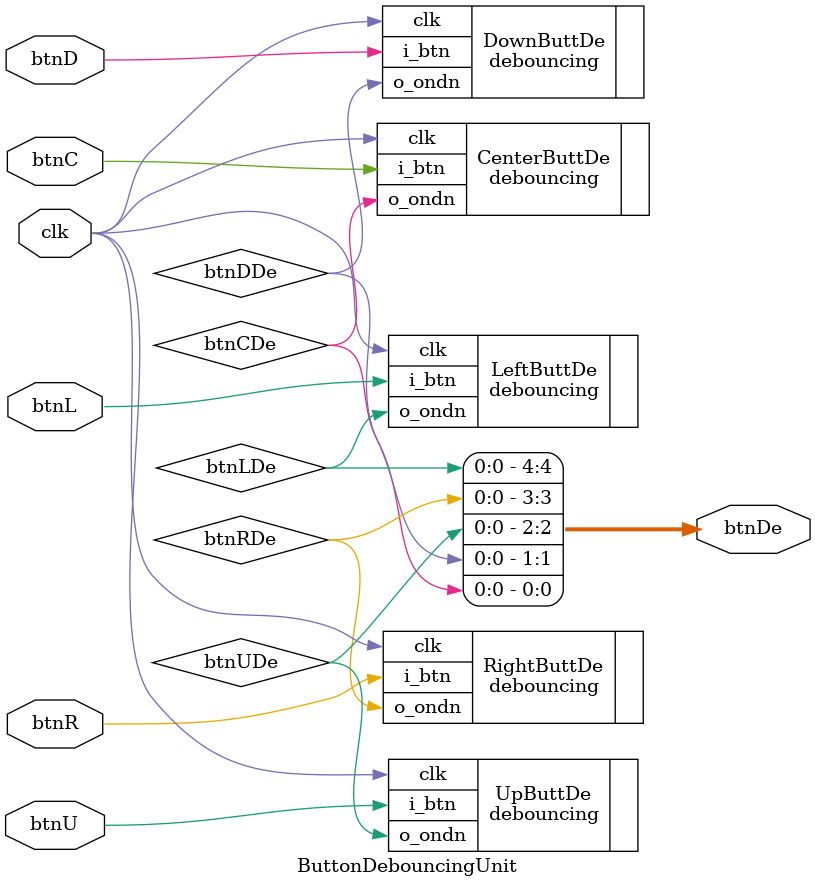
<source format=v>
module ButtonDebouncingUnit(
    input clk,btnU,btnL,btnR,btnD,btnC,
    output [4:0]btnDe
    );
    
    wire btnLDe,btnRDe,btnUDe,btnDDe,btnCDe;
    
    debouncing LeftButtDe(
            .clk(clk),
            .i_btn(btnL),
            .o_ondn(btnLDe)
    );
        
    debouncing RightButtDe(
            .clk(clk),
            .i_btn(btnR),
            .o_ondn(btnRDe)
    );
        
    debouncing UpButtDe(
            .clk(clk),
            .i_btn(btnU),
            .o_ondn(btnUDe)
    );
        
    debouncing DownButtDe(
            .clk(clk),
            .i_btn(btnD),
            .o_ondn(btnDDe)
    );
        
    debouncing CenterButtDe(
            .clk(clk),
            .i_btn(btnC),
            .o_ondn(btnCDe)
    );
      
    assign btnDe = {btnLDe,btnRDe,btnUDe,btnDDe,btnCDe}; // L , R , U , D , C
endmodule

</source>
